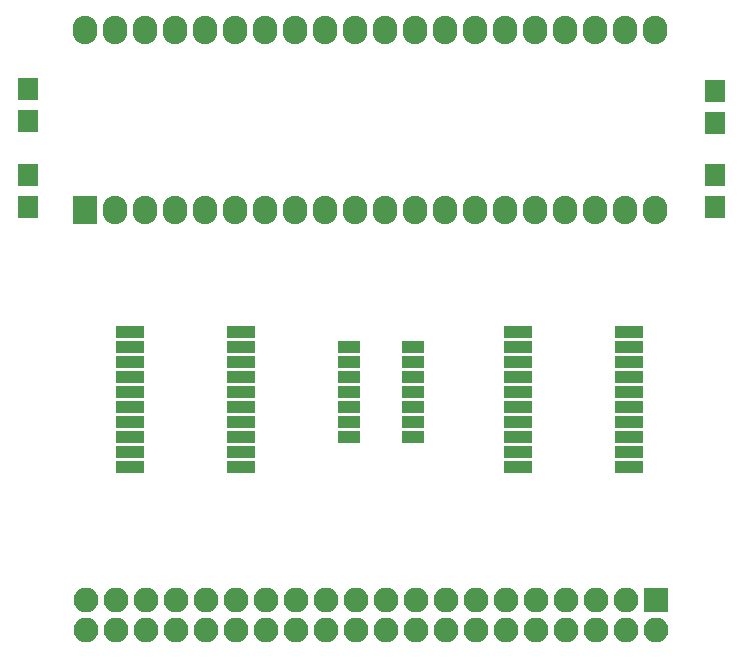
<source format=gbr>
G04 #@! TF.FileFunction,Soldermask,Bot*
%FSLAX46Y46*%
G04 Gerber Fmt 4.6, Leading zero omitted, Abs format (unit mm)*
G04 Created by KiCad (PCBNEW 4.0.7) date 11/27/18 00:48:43*
%MOMM*%
%LPD*%
G01*
G04 APERTURE LIST*
%ADD10C,0.100000*%
%ADD11R,2.100000X2.400000*%
%ADD12O,2.100000X2.400000*%
%ADD13R,2.100000X2.100000*%
%ADD14O,2.100000X2.100000*%
%ADD15R,1.900000X1.000000*%
%ADD16R,1.700000X1.900000*%
%ADD17R,2.350000X1.000000*%
G04 APERTURE END LIST*
D10*
D11*
X101079000Y-79832200D03*
D12*
X149339000Y-64592200D03*
X103619000Y-79832200D03*
X146799000Y-64592200D03*
X106159000Y-79832200D03*
X144259000Y-64592200D03*
X108699000Y-79832200D03*
X141719000Y-64592200D03*
X111239000Y-79832200D03*
X139179000Y-64592200D03*
X113779000Y-79832200D03*
X136639000Y-64592200D03*
X116319000Y-79832200D03*
X134099000Y-64592200D03*
X118859000Y-79832200D03*
X131559000Y-64592200D03*
X121399000Y-79832200D03*
X129019000Y-64592200D03*
X123939000Y-79832200D03*
X126479000Y-64592200D03*
X126479000Y-79832200D03*
X123939000Y-64592200D03*
X129019000Y-79832200D03*
X121399000Y-64592200D03*
X131559000Y-79832200D03*
X118859000Y-64592200D03*
X134099000Y-79832200D03*
X116319000Y-64592200D03*
X136639000Y-79832200D03*
X113779000Y-64592200D03*
X139179000Y-79832200D03*
X111239000Y-64592200D03*
X141719000Y-79832200D03*
X108699000Y-64592200D03*
X144259000Y-79832200D03*
X106159000Y-64592200D03*
X146799000Y-79832200D03*
X103619000Y-64592200D03*
X149339000Y-79832200D03*
X101079000Y-64592200D03*
D13*
X149454000Y-112878000D03*
D14*
X149454000Y-115418000D03*
X146914000Y-112878000D03*
X146914000Y-115418000D03*
X144374000Y-112878000D03*
X144374000Y-115418000D03*
X141834000Y-112878000D03*
X141834000Y-115418000D03*
X139294000Y-112878000D03*
X139294000Y-115418000D03*
X136754000Y-112878000D03*
X136754000Y-115418000D03*
X134214000Y-112878000D03*
X134214000Y-115418000D03*
X131674000Y-112878000D03*
X131674000Y-115418000D03*
X129134000Y-112878000D03*
X129134000Y-115418000D03*
X126594000Y-112878000D03*
X126594000Y-115418000D03*
X124054000Y-112878000D03*
X124054000Y-115418000D03*
X121514000Y-112878000D03*
X121514000Y-115418000D03*
X118974000Y-112878000D03*
X118974000Y-115418000D03*
X116434000Y-112878000D03*
X116434000Y-115418000D03*
X113894000Y-112878000D03*
X113894000Y-115418000D03*
X111354000Y-112878000D03*
X111354000Y-115418000D03*
X108814000Y-112878000D03*
X108814000Y-115418000D03*
X106274000Y-112878000D03*
X106274000Y-115418000D03*
X103734000Y-112878000D03*
X103734000Y-115418000D03*
X101194000Y-112878000D03*
X101194000Y-115418000D03*
D15*
X123505000Y-99060000D03*
X123505000Y-97790000D03*
X123505000Y-96520000D03*
X123505000Y-95250000D03*
X123505000Y-93980000D03*
X123505000Y-92710000D03*
X123505000Y-91440000D03*
X128905000Y-91440000D03*
X128905000Y-92710000D03*
X128905000Y-93980000D03*
X128905000Y-95250000D03*
X128905000Y-96520000D03*
X128905000Y-97790000D03*
X128905000Y-99060000D03*
D16*
X154432000Y-79582000D03*
X154432000Y-76882000D03*
X96266000Y-72343000D03*
X96266000Y-69643000D03*
X96266000Y-79582000D03*
X96266000Y-76882000D03*
X154432000Y-72470000D03*
X154432000Y-69770000D03*
D17*
X137795000Y-101600000D03*
X137795000Y-100330000D03*
X137795000Y-99060000D03*
X137795000Y-97790000D03*
X137795000Y-96520000D03*
X137795000Y-95250000D03*
X137795000Y-93980000D03*
X137795000Y-92710000D03*
X137795000Y-91440000D03*
X137795000Y-90170000D03*
X147195000Y-90170000D03*
X147195000Y-91440000D03*
X147195000Y-92710000D03*
X147195000Y-93980000D03*
X147195000Y-95250000D03*
X147195000Y-96520000D03*
X147195000Y-97790000D03*
X147195000Y-99060000D03*
X147195000Y-100330000D03*
X147195000Y-101600000D03*
X104900000Y-101600000D03*
X104900000Y-100330000D03*
X104900000Y-99060000D03*
X104900000Y-97790000D03*
X104900000Y-96520000D03*
X104900000Y-95250000D03*
X104900000Y-93980000D03*
X104900000Y-92710000D03*
X104900000Y-91440000D03*
X104900000Y-90170000D03*
X114300000Y-90170000D03*
X114300000Y-91440000D03*
X114300000Y-92710000D03*
X114300000Y-93980000D03*
X114300000Y-95250000D03*
X114300000Y-96520000D03*
X114300000Y-97790000D03*
X114300000Y-99060000D03*
X114300000Y-100330000D03*
X114300000Y-101600000D03*
M02*

</source>
